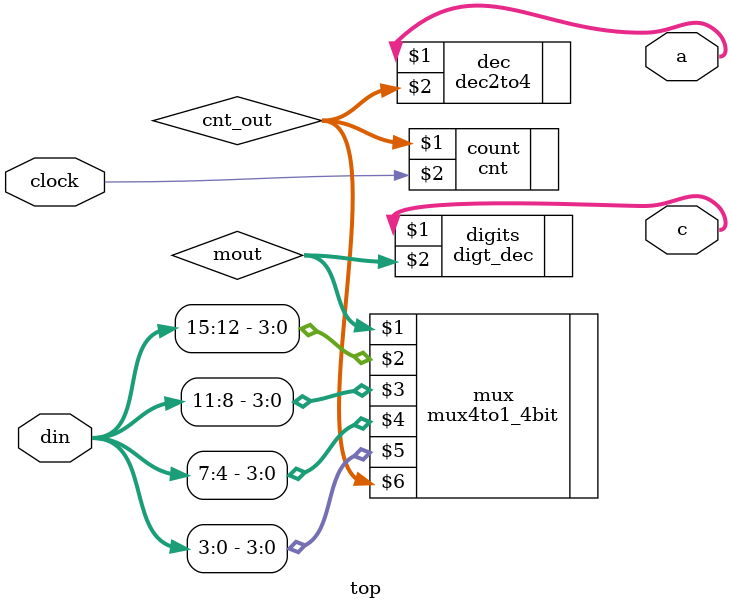
<source format=v>
`timescale 1ns / 1ps


module top(
    output [3:0] a,
    output [6:0] c,
    input clock,
    input [15:0] din
    );
    wire [3:0] mout;
    wire [1:0] cnt_out;
    wire clock;
    
    cnt count(cnt_out, clock);
    mux4to1_4bit mux(mout, din[15:12], din[11:8], din[7:4], din[3:0], cnt_out);
    dec2to4 dec(a, cnt_out);
    digt_dec digits(c, mout);
endmodule

</source>
